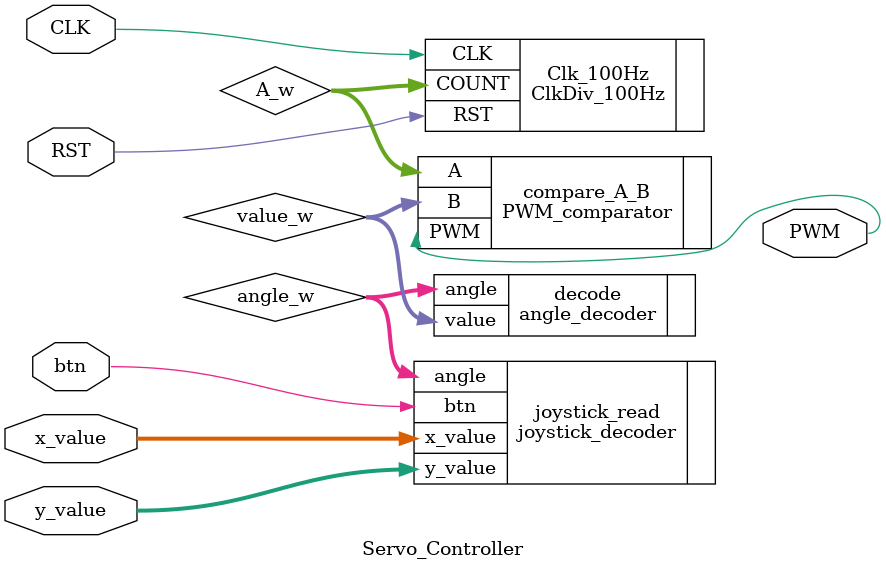
<source format=v>
/** Aaron Joseph Nanas
 ** ECE 526
 ** Professor Orod Haghighiara
 ** Final Project: Servo-Controlled Robot Arm
 ** Module: Servo_Controller.v
 **
 ** Description: This module serves as the interface for a servo.
 ** Instantiating this module to a top-level module will add
 ** additional servos to the primary controller
**/

`timescale 1ns / 1ps

module Servo_Controller (x_value, y_value, RST, CLK, btn, PWM);
    input [9:0] x_value, y_value;
    input RST, CLK, btn;
    output PWM;
    
    // Wires needed to make connections to the
    // lower level modules
    wire [19:0] A_w, value_w;
    wire [8:0] angle_w;
    
    joystick_decoder joystick_read(
        .btn(btn),
        .x_value(x_value),
        .y_value(y_value),
        .angle(angle_w)
        );

    angle_decoder decode(
        .angle(angle_w),
        .value(value_w)
        );
    
    PWM_comparator compare_A_B(
        .A(A_w),
        .B(value_w),
        .PWM(PWM)
        );
      
    ClkDiv_100Hz Clk_100Hz(
        .RST(RST),
        .CLK(CLK),
        .COUNT(A_w)
        );
        
endmodule

</source>
